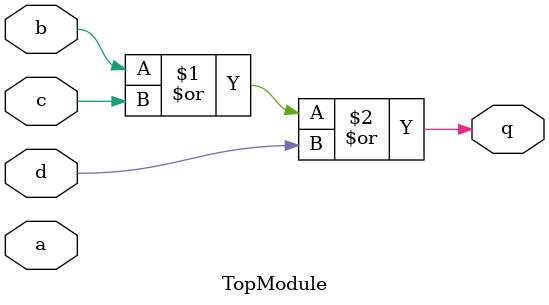
<source format=sv>

module TopModule (
    input a,
    input b,
    input c,
    input d,
    output q
);

assign q = b | c | d;

endmodule

// VERILOG-EVAL: errant inclusion of module definition

</source>
